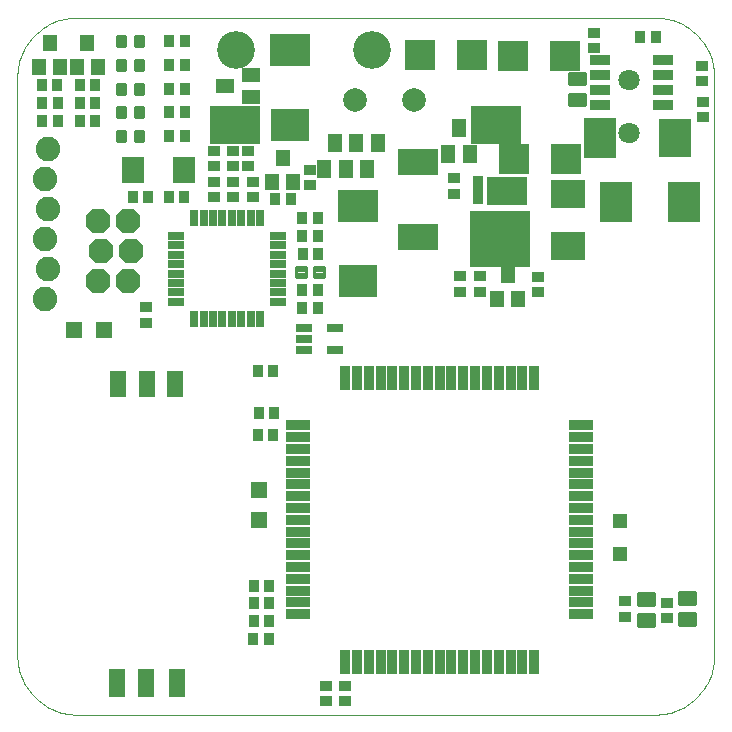
<source format=gts>
G75*
%MOIN*%
%OFA0B0*%
%FSLAX24Y24*%
%IPPOS*%
%LPD*%
%AMOC8*
5,1,8,0,0,1.08239X$1,22.5*
%
%ADD10C,0.0000*%
%ADD11R,0.0340X0.0840*%
%ADD12R,0.0840X0.0340*%
%ADD13R,0.0356X0.0434*%
%ADD14R,0.0552X0.0946*%
%ADD15R,0.0552X0.0867*%
%ADD16R,0.0680X0.0330*%
%ADD17R,0.0434X0.0356*%
%ADD18R,0.1080X0.1280*%
%ADD19R,0.1080X0.1330*%
%ADD20C,0.0120*%
%ADD21R,0.1064X0.1340*%
%ADD22R,0.1160X0.0930*%
%ADD23R,0.0300X0.0580*%
%ADD24R,0.0580X0.0300*%
%ADD25OC8,0.0820*%
%ADD26R,0.1380X0.0880*%
%ADD27C,0.1261*%
%ADD28R,0.1261X0.1261*%
%ADD29R,0.2049X0.1852*%
%ADD30R,0.0320X0.0950*%
%ADD31R,0.1340X0.0946*%
%ADD32R,0.1025X0.1025*%
%ADD33R,0.0552X0.0297*%
%ADD34C,0.0820*%
%ADD35R,0.0480X0.0530*%
%ADD36C,0.0107*%
%ADD37R,0.0580X0.0580*%
%ADD38C,0.0095*%
%ADD39C,0.0789*%
%ADD40R,0.0780X0.0880*%
%ADD41R,0.0474X0.0631*%
%ADD42R,0.1280X0.1080*%
%ADD43R,0.1330X0.1080*%
%ADD44R,0.0631X0.0474*%
%ADD45R,0.0474X0.0474*%
%ADD46C,0.0710*%
D10*
X003166Y002437D02*
X003166Y021728D01*
X003165Y021728D02*
X003167Y021814D01*
X003172Y021900D01*
X003182Y021985D01*
X003195Y022070D01*
X003212Y022154D01*
X003232Y022238D01*
X003256Y022320D01*
X003284Y022401D01*
X003315Y022482D01*
X003349Y022560D01*
X003387Y022637D01*
X003429Y022713D01*
X003473Y022786D01*
X003521Y022857D01*
X003572Y022927D01*
X003626Y022994D01*
X003682Y023058D01*
X003742Y023120D01*
X003804Y023180D01*
X003868Y023236D01*
X003935Y023290D01*
X004005Y023341D01*
X004076Y023389D01*
X004150Y023433D01*
X004225Y023475D01*
X004302Y023513D01*
X004380Y023547D01*
X004461Y023578D01*
X004542Y023606D01*
X004624Y023630D01*
X004708Y023650D01*
X004792Y023667D01*
X004877Y023680D01*
X004962Y023690D01*
X005048Y023695D01*
X005134Y023697D01*
X005134Y023696D02*
X024426Y023696D01*
X024426Y023697D02*
X024512Y023695D01*
X024598Y023690D01*
X024683Y023680D01*
X024768Y023667D01*
X024852Y023650D01*
X024936Y023630D01*
X025018Y023606D01*
X025099Y023578D01*
X025180Y023547D01*
X025258Y023513D01*
X025335Y023475D01*
X025411Y023433D01*
X025484Y023389D01*
X025555Y023341D01*
X025625Y023290D01*
X025692Y023236D01*
X025756Y023180D01*
X025818Y023120D01*
X025878Y023058D01*
X025934Y022994D01*
X025988Y022927D01*
X026039Y022857D01*
X026087Y022786D01*
X026131Y022713D01*
X026173Y022637D01*
X026211Y022560D01*
X026245Y022482D01*
X026276Y022401D01*
X026304Y022320D01*
X026328Y022238D01*
X026348Y022154D01*
X026365Y022070D01*
X026378Y021985D01*
X026388Y021900D01*
X026393Y021814D01*
X026395Y021728D01*
X026394Y021728D02*
X026394Y002437D01*
X026395Y002437D02*
X026393Y002351D01*
X026388Y002265D01*
X026378Y002180D01*
X026365Y002095D01*
X026348Y002011D01*
X026328Y001927D01*
X026304Y001845D01*
X026276Y001764D01*
X026245Y001683D01*
X026211Y001605D01*
X026173Y001528D01*
X026131Y001452D01*
X026087Y001379D01*
X026039Y001308D01*
X025988Y001238D01*
X025934Y001171D01*
X025878Y001107D01*
X025818Y001045D01*
X025756Y000985D01*
X025692Y000929D01*
X025625Y000875D01*
X025555Y000824D01*
X025484Y000776D01*
X025411Y000732D01*
X025335Y000690D01*
X025258Y000652D01*
X025180Y000618D01*
X025099Y000587D01*
X025018Y000559D01*
X024936Y000535D01*
X024852Y000515D01*
X024768Y000498D01*
X024683Y000485D01*
X024598Y000475D01*
X024512Y000470D01*
X024426Y000468D01*
X005134Y000468D01*
X005048Y000470D01*
X004962Y000475D01*
X004877Y000485D01*
X004792Y000498D01*
X004708Y000515D01*
X004624Y000535D01*
X004542Y000559D01*
X004461Y000587D01*
X004380Y000618D01*
X004302Y000652D01*
X004225Y000690D01*
X004149Y000732D01*
X004076Y000776D01*
X004005Y000824D01*
X003935Y000875D01*
X003868Y000929D01*
X003804Y000985D01*
X003742Y001045D01*
X003682Y001107D01*
X003626Y001171D01*
X003572Y001238D01*
X003521Y001308D01*
X003473Y001379D01*
X003429Y001453D01*
X003387Y001528D01*
X003349Y001605D01*
X003315Y001683D01*
X003284Y001764D01*
X003256Y001845D01*
X003232Y001927D01*
X003212Y002011D01*
X003195Y002095D01*
X003182Y002180D01*
X003172Y002265D01*
X003167Y002351D01*
X003165Y002437D01*
X023225Y019858D02*
X023227Y019893D01*
X023233Y019928D01*
X023243Y019962D01*
X023256Y019995D01*
X023273Y020026D01*
X023294Y020054D01*
X023317Y020081D01*
X023344Y020104D01*
X023372Y020125D01*
X023403Y020142D01*
X023436Y020155D01*
X023470Y020165D01*
X023505Y020171D01*
X023540Y020173D01*
X023575Y020171D01*
X023610Y020165D01*
X023644Y020155D01*
X023677Y020142D01*
X023708Y020125D01*
X023736Y020104D01*
X023763Y020081D01*
X023786Y020054D01*
X023807Y020026D01*
X023824Y019995D01*
X023837Y019962D01*
X023847Y019928D01*
X023853Y019893D01*
X023855Y019858D01*
X023853Y019823D01*
X023847Y019788D01*
X023837Y019754D01*
X023824Y019721D01*
X023807Y019690D01*
X023786Y019662D01*
X023763Y019635D01*
X023736Y019612D01*
X023708Y019591D01*
X023677Y019574D01*
X023644Y019561D01*
X023610Y019551D01*
X023575Y019545D01*
X023540Y019543D01*
X023505Y019545D01*
X023470Y019551D01*
X023436Y019561D01*
X023403Y019574D01*
X023372Y019591D01*
X023344Y019612D01*
X023317Y019635D01*
X023294Y019662D01*
X023273Y019690D01*
X023256Y019721D01*
X023243Y019754D01*
X023233Y019788D01*
X023227Y019823D01*
X023225Y019858D01*
X023225Y021630D02*
X023227Y021665D01*
X023233Y021700D01*
X023243Y021734D01*
X023256Y021767D01*
X023273Y021798D01*
X023294Y021826D01*
X023317Y021853D01*
X023344Y021876D01*
X023372Y021897D01*
X023403Y021914D01*
X023436Y021927D01*
X023470Y021937D01*
X023505Y021943D01*
X023540Y021945D01*
X023575Y021943D01*
X023610Y021937D01*
X023644Y021927D01*
X023677Y021914D01*
X023708Y021897D01*
X023736Y021876D01*
X023763Y021853D01*
X023786Y021826D01*
X023807Y021798D01*
X023824Y021767D01*
X023837Y021734D01*
X023847Y021700D01*
X023853Y021665D01*
X023855Y021630D01*
X023853Y021595D01*
X023847Y021560D01*
X023837Y021526D01*
X023824Y021493D01*
X023807Y021462D01*
X023786Y021434D01*
X023763Y021407D01*
X023736Y021384D01*
X023708Y021363D01*
X023677Y021346D01*
X023644Y021333D01*
X023610Y021323D01*
X023575Y021317D01*
X023540Y021315D01*
X023505Y021317D01*
X023470Y021323D01*
X023436Y021333D01*
X023403Y021346D01*
X023372Y021363D01*
X023344Y021384D01*
X023317Y021407D01*
X023294Y021434D01*
X023273Y021462D01*
X023256Y021493D01*
X023243Y021526D01*
X023233Y021560D01*
X023227Y021595D01*
X023225Y021630D01*
D11*
X020390Y011684D03*
X019996Y011684D03*
X019602Y011684D03*
X019209Y011684D03*
X018815Y011684D03*
X018421Y011684D03*
X018027Y011684D03*
X017634Y011684D03*
X017240Y011684D03*
X016846Y011684D03*
X016453Y011684D03*
X016059Y011684D03*
X015665Y011684D03*
X015272Y011684D03*
X014878Y011684D03*
X014484Y011684D03*
X014090Y011684D03*
X014090Y002235D03*
X014484Y002235D03*
X014878Y002235D03*
X015272Y002235D03*
X015665Y002235D03*
X016059Y002235D03*
X016453Y002235D03*
X016846Y002235D03*
X017240Y002235D03*
X017634Y002235D03*
X018027Y002235D03*
X018421Y002235D03*
X018815Y002235D03*
X019209Y002235D03*
X019602Y002235D03*
X019996Y002235D03*
X020390Y002235D03*
D12*
X021964Y003810D03*
X021964Y004204D03*
X021964Y004597D03*
X021964Y004991D03*
X021964Y005385D03*
X021964Y005778D03*
X021964Y006172D03*
X021964Y006566D03*
X021964Y006959D03*
X021964Y007353D03*
X021964Y007747D03*
X021964Y008141D03*
X021964Y008534D03*
X021964Y008928D03*
X021964Y009322D03*
X021964Y009715D03*
X021964Y010109D03*
X012516Y010109D03*
X012516Y009715D03*
X012516Y009322D03*
X012516Y008928D03*
X012516Y008534D03*
X012516Y008141D03*
X012516Y007747D03*
X012516Y007353D03*
X012516Y006959D03*
X012516Y006566D03*
X012516Y006172D03*
X012516Y005778D03*
X012516Y005385D03*
X012516Y004991D03*
X012516Y004597D03*
X012516Y004204D03*
X012516Y003810D03*
D13*
X011552Y003597D03*
X011040Y003597D03*
X011034Y002996D03*
X011546Y002996D03*
X011552Y004185D03*
X011040Y004185D03*
X011047Y004766D03*
X011559Y004766D03*
X011688Y009793D03*
X011176Y009793D03*
X011204Y010507D03*
X011716Y010507D03*
X011684Y011919D03*
X011173Y011919D03*
X012666Y014017D03*
X013177Y014017D03*
X013177Y014611D03*
X012666Y014611D03*
X012669Y015812D03*
X013181Y015812D03*
X013172Y016418D03*
X012660Y016418D03*
X012656Y017019D03*
X013168Y017019D03*
X012270Y017648D03*
X011759Y017648D03*
X008722Y017717D03*
X008210Y017717D03*
X007522Y017717D03*
X007010Y017717D03*
X008228Y019759D03*
X008740Y019759D03*
X008740Y020547D03*
X008228Y020547D03*
X008228Y021334D03*
X008740Y021334D03*
X008740Y022122D03*
X008228Y022122D03*
X008228Y022909D03*
X008740Y022909D03*
X005753Y021439D03*
X005241Y021439D03*
X005243Y020867D03*
X005755Y020867D03*
X005751Y020259D03*
X005239Y020259D03*
X004505Y020267D03*
X003993Y020267D03*
X003993Y020867D03*
X004505Y020867D03*
X004500Y021439D03*
X003988Y021439D03*
X023927Y023057D03*
X024438Y023057D03*
D14*
X008472Y001535D03*
X007449Y001519D03*
X006484Y001535D03*
D15*
X006516Y011476D03*
X007476Y011484D03*
X008405Y011484D03*
D16*
X022586Y020797D03*
X022586Y021297D03*
X022586Y021797D03*
X022586Y022297D03*
X024686Y022297D03*
X024686Y021797D03*
X024686Y021297D03*
X024686Y020797D03*
D17*
X026008Y020902D03*
X026008Y020390D03*
X025996Y021580D03*
X025996Y022092D03*
X022394Y022678D03*
X022394Y023190D03*
X017733Y018342D03*
X017733Y017830D03*
X017916Y015074D03*
X017916Y014562D03*
X018593Y014559D03*
X018593Y015071D03*
X020517Y015058D03*
X020517Y014547D03*
X012910Y018126D03*
X012910Y018637D03*
X011016Y018224D03*
X011016Y017712D03*
X010366Y017712D03*
X010366Y018224D03*
X010351Y018756D03*
X010351Y019267D03*
X010863Y019267D03*
X010863Y018756D03*
X009701Y018756D03*
X009701Y019267D03*
X009716Y018224D03*
X009716Y017712D03*
X007451Y014041D03*
X007451Y013529D03*
X013446Y001420D03*
X013446Y000909D03*
X014070Y000909D03*
X014070Y001420D03*
X023425Y003736D03*
X023425Y004248D03*
X024803Y004199D03*
X024803Y003687D03*
D18*
X025089Y019696D03*
D19*
X022589Y019696D03*
D20*
X022100Y020771D02*
X022100Y021131D01*
X022100Y020771D02*
X021590Y020771D01*
X021590Y021131D01*
X022100Y021131D01*
X022100Y020890D02*
X021590Y020890D01*
X021590Y021009D02*
X022100Y021009D01*
X022100Y021128D02*
X021590Y021128D01*
X022100Y021471D02*
X022100Y021831D01*
X022100Y021471D02*
X021590Y021471D01*
X021590Y021831D01*
X022100Y021831D01*
X022100Y021590D02*
X021590Y021590D01*
X021590Y021709D02*
X022100Y021709D01*
X022100Y021828D02*
X021590Y021828D01*
X023889Y004490D02*
X023889Y004130D01*
X023889Y004490D02*
X024399Y004490D01*
X024399Y004130D01*
X023889Y004130D01*
X023889Y004249D02*
X024399Y004249D01*
X024399Y004368D02*
X023889Y004368D01*
X023889Y004487D02*
X024399Y004487D01*
X023889Y003790D02*
X023889Y003430D01*
X023889Y003790D02*
X024399Y003790D01*
X024399Y003430D01*
X023889Y003430D01*
X023889Y003549D02*
X024399Y003549D01*
X024399Y003668D02*
X023889Y003668D01*
X023889Y003787D02*
X024399Y003787D01*
X025246Y003808D02*
X025246Y003448D01*
X025246Y003808D02*
X025756Y003808D01*
X025756Y003448D01*
X025246Y003448D01*
X025246Y003567D02*
X025756Y003567D01*
X025756Y003686D02*
X025246Y003686D01*
X025246Y003805D02*
X025756Y003805D01*
X025246Y004148D02*
X025246Y004508D01*
X025756Y004508D01*
X025756Y004148D01*
X025246Y004148D01*
X025246Y004267D02*
X025756Y004267D01*
X025756Y004386D02*
X025246Y004386D01*
X025246Y004505D02*
X025756Y004505D01*
D21*
X025374Y017563D03*
X023130Y017563D03*
D22*
X021503Y017825D03*
X021503Y016085D03*
D23*
X011260Y017018D03*
X010945Y017018D03*
X010630Y017018D03*
X010315Y017018D03*
X010000Y017018D03*
X009685Y017018D03*
X009370Y017018D03*
X009055Y017018D03*
X009055Y013638D03*
X009370Y013638D03*
X009685Y013638D03*
X010000Y013638D03*
X010315Y013638D03*
X010630Y013638D03*
X010945Y013638D03*
X011260Y013638D03*
D24*
X011847Y014226D03*
X011847Y014541D03*
X011847Y014856D03*
X011847Y015170D03*
X011847Y015485D03*
X011847Y015800D03*
X011847Y016115D03*
X011847Y016430D03*
X008467Y016430D03*
X008467Y016115D03*
X008467Y015800D03*
X008467Y015485D03*
X008467Y015170D03*
X008467Y014856D03*
X008467Y014541D03*
X008467Y014226D03*
D25*
X006843Y014919D03*
X005843Y014919D03*
X005943Y015919D03*
X006943Y015919D03*
X006843Y016919D03*
X005843Y016919D03*
D26*
X016502Y016389D03*
X016502Y018889D03*
D27*
X014981Y022605D03*
X010449Y022605D03*
D28*
X010619Y020125D03*
X010225Y020125D03*
X018912Y020125D03*
X019306Y020125D03*
D29*
X019252Y016322D03*
D30*
X018502Y017943D03*
D31*
X019488Y017937D03*
D32*
X019721Y018972D03*
X021453Y018972D03*
X021431Y022431D03*
X019698Y022431D03*
X018323Y022468D03*
X016591Y022468D03*
D33*
X013751Y013362D03*
X013751Y012614D03*
X012727Y012614D03*
X012727Y012988D03*
X012727Y013362D03*
D34*
X004074Y014319D03*
X004174Y015319D03*
X004074Y016319D03*
X004174Y017319D03*
X004074Y018319D03*
X004174Y019319D03*
D35*
X003899Y022067D03*
X004599Y022067D03*
X005149Y022067D03*
X005849Y022067D03*
X005499Y022867D03*
X004249Y022867D03*
X011666Y018218D03*
X012366Y018218D03*
X012016Y019018D03*
X019166Y014320D03*
X019866Y014320D03*
X019516Y015120D03*
D36*
X013377Y015379D02*
X013055Y015379D01*
X013377Y015379D02*
X013377Y015057D01*
X013055Y015057D01*
X013055Y015379D01*
X013055Y015164D02*
X013377Y015164D01*
X013377Y015271D02*
X013055Y015271D01*
X013055Y015378D02*
X013377Y015378D01*
X012777Y015379D02*
X012455Y015379D01*
X012777Y015379D02*
X012777Y015057D01*
X012455Y015057D01*
X012455Y015379D01*
X012455Y015164D02*
X012777Y015164D01*
X012777Y015271D02*
X012455Y015271D01*
X012455Y015378D02*
X012777Y015378D01*
D37*
X006057Y013297D03*
X005057Y013297D03*
X011229Y007969D03*
X011229Y006969D03*
D38*
X007359Y019591D02*
X007073Y019591D01*
X007073Y019927D01*
X007359Y019927D01*
X007359Y019591D01*
X007359Y019685D02*
X007073Y019685D01*
X007073Y019779D02*
X007359Y019779D01*
X007359Y019873D02*
X007073Y019873D01*
X006759Y019591D02*
X006473Y019591D01*
X006473Y019927D01*
X006759Y019927D01*
X006759Y019591D01*
X006759Y019685D02*
X006473Y019685D01*
X006473Y019779D02*
X006759Y019779D01*
X006759Y019873D02*
X006473Y019873D01*
X006473Y020379D02*
X006759Y020379D01*
X006473Y020379D02*
X006473Y020715D01*
X006759Y020715D01*
X006759Y020379D01*
X006759Y020473D02*
X006473Y020473D01*
X006473Y020567D02*
X006759Y020567D01*
X006759Y020661D02*
X006473Y020661D01*
X006473Y021166D02*
X006759Y021166D01*
X006473Y021166D02*
X006473Y021502D01*
X006759Y021502D01*
X006759Y021166D01*
X006759Y021260D02*
X006473Y021260D01*
X006473Y021354D02*
X006759Y021354D01*
X006759Y021448D02*
X006473Y021448D01*
X006473Y021954D02*
X006759Y021954D01*
X006473Y021954D02*
X006473Y022290D01*
X006759Y022290D01*
X006759Y021954D01*
X006759Y022048D02*
X006473Y022048D01*
X006473Y022142D02*
X006759Y022142D01*
X006759Y022236D02*
X006473Y022236D01*
X006473Y022741D02*
X006759Y022741D01*
X006473Y022741D02*
X006473Y023077D01*
X006759Y023077D01*
X006759Y022741D01*
X006759Y022835D02*
X006473Y022835D01*
X006473Y022929D02*
X006759Y022929D01*
X006759Y023023D02*
X006473Y023023D01*
X007073Y022741D02*
X007359Y022741D01*
X007073Y022741D02*
X007073Y023077D01*
X007359Y023077D01*
X007359Y022741D01*
X007359Y022835D02*
X007073Y022835D01*
X007073Y022929D02*
X007359Y022929D01*
X007359Y023023D02*
X007073Y023023D01*
X007073Y021954D02*
X007359Y021954D01*
X007073Y021954D02*
X007073Y022290D01*
X007359Y022290D01*
X007359Y021954D01*
X007359Y022048D02*
X007073Y022048D01*
X007073Y022142D02*
X007359Y022142D01*
X007359Y022236D02*
X007073Y022236D01*
X007073Y021166D02*
X007359Y021166D01*
X007073Y021166D02*
X007073Y021502D01*
X007359Y021502D01*
X007359Y021166D01*
X007359Y021260D02*
X007073Y021260D01*
X007073Y021354D02*
X007359Y021354D01*
X007359Y021448D02*
X007073Y021448D01*
X007073Y020379D02*
X007359Y020379D01*
X007073Y020379D02*
X007073Y020715D01*
X007359Y020715D01*
X007359Y020379D01*
X007359Y020473D02*
X007073Y020473D01*
X007073Y020567D02*
X007359Y020567D01*
X007359Y020661D02*
X007073Y020661D01*
D39*
X014416Y020968D03*
X016400Y020968D03*
D40*
X008716Y018618D03*
X007016Y018618D03*
D41*
X013383Y018657D03*
X014131Y018657D03*
X014820Y018657D03*
X015194Y019523D03*
X014446Y019523D03*
X013757Y019523D03*
X017516Y019169D03*
X018264Y019169D03*
X017890Y020035D03*
D42*
X012260Y020124D03*
X014505Y014927D03*
D43*
X014505Y017427D03*
X012260Y022624D03*
D44*
X010961Y021787D03*
X010961Y021039D03*
X010095Y021413D03*
D45*
X023255Y006918D03*
X023255Y005815D03*
D46*
X023540Y019858D03*
X023540Y021630D03*
M02*

</source>
